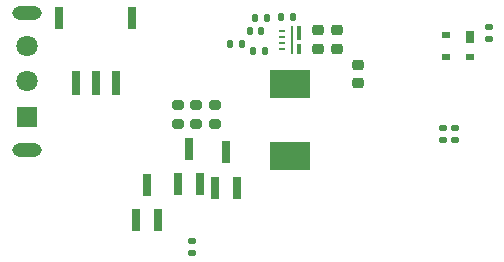
<source format=gbp>
G04 #@! TF.GenerationSoftware,KiCad,Pcbnew,(7.0.0)*
G04 #@! TF.CreationDate,2023-11-05T02:12:39-05:00*
G04 #@! TF.ProjectId,Emrick,456d7269-636b-42e6-9b69-6361645f7063,5.1*
G04 #@! TF.SameCoordinates,Original*
G04 #@! TF.FileFunction,Paste,Bot*
G04 #@! TF.FilePolarity,Positive*
%FSLAX46Y46*%
G04 Gerber Fmt 4.6, Leading zero omitted, Abs format (unit mm)*
G04 Created by KiCad (PCBNEW (7.0.0)) date 2023-11-05 02:12:39*
%MOMM*%
%LPD*%
G01*
G04 APERTURE LIST*
G04 Aperture macros list*
%AMRoundRect*
0 Rectangle with rounded corners*
0 $1 Rounding radius*
0 $2 $3 $4 $5 $6 $7 $8 $9 X,Y pos of 4 corners*
0 Add a 4 corners polygon primitive as box body*
4,1,4,$2,$3,$4,$5,$6,$7,$8,$9,$2,$3,0*
0 Add four circle primitives for the rounded corners*
1,1,$1+$1,$2,$3*
1,1,$1+$1,$4,$5*
1,1,$1+$1,$6,$7*
1,1,$1+$1,$8,$9*
0 Add four rect primitives between the rounded corners*
20,1,$1+$1,$2,$3,$4,$5,0*
20,1,$1+$1,$4,$5,$6,$7,0*
20,1,$1+$1,$6,$7,$8,$9,0*
20,1,$1+$1,$8,$9,$2,$3,0*%
G04 Aperture macros list end*
%ADD10R,1.800000X1.800000*%
%ADD11C,1.800000*%
%ADD12O,2.500000X1.200000*%
%ADD13RoundRect,0.135000X-0.135000X-0.185000X0.135000X-0.185000X0.135000X0.185000X-0.135000X0.185000X0*%
%ADD14R,3.500000X2.350000*%
%ADD15RoundRect,0.200000X-0.275000X0.200000X-0.275000X-0.200000X0.275000X-0.200000X0.275000X0.200000X0*%
%ADD16RoundRect,0.135000X-0.185000X0.135000X-0.185000X-0.135000X0.185000X-0.135000X0.185000X0.135000X0*%
%ADD17RoundRect,0.135000X0.135000X0.185000X-0.135000X0.185000X-0.135000X-0.185000X0.135000X-0.185000X0*%
%ADD18R,0.700000X1.000000*%
%ADD19R,0.700000X0.600000*%
%ADD20R,0.660400X2.000000*%
%ADD21R,0.762000X1.854200*%
%ADD22RoundRect,0.140000X0.140000X0.170000X-0.140000X0.170000X-0.140000X-0.170000X0.140000X-0.170000X0*%
%ADD23RoundRect,0.225000X-0.250000X0.225000X-0.250000X-0.225000X0.250000X-0.225000X0.250000X0.225000X0*%
%ADD24RoundRect,0.140000X0.170000X-0.140000X0.170000X0.140000X-0.170000X0.140000X-0.170000X-0.140000X0*%
%ADD25R,0.800000X1.900000*%
%ADD26RoundRect,0.225000X0.250000X-0.225000X0.250000X0.225000X-0.250000X0.225000X-0.250000X-0.225000X0*%
%ADD27R,0.600000X0.250000*%
%ADD28R,0.600000X0.249200*%
%ADD29R,0.250000X2.400000*%
%ADD30R,0.300000X0.900000*%
%ADD31R,0.300000X1.200000*%
%ADD32RoundRect,0.135000X0.185000X-0.135000X0.185000X0.135000X-0.185000X0.135000X-0.185000X-0.135000X0*%
G04 APERTURE END LIST*
D10*
X82549999Y-27129999D03*
D11*
X82550000Y-24130000D03*
X82550000Y-21130000D03*
D12*
X82549999Y-18329999D03*
X82549999Y-29929999D03*
D13*
X101740190Y-21580000D03*
X102760190Y-21580000D03*
D14*
X104799999Y-30424999D03*
X104799999Y-24374999D03*
D15*
X98517500Y-26117500D03*
X98517500Y-27767500D03*
D16*
X118825000Y-28090000D03*
X118825000Y-29110000D03*
D17*
X102910000Y-18800000D03*
X101890000Y-18800000D03*
D18*
X120074999Y-20399999D03*
D19*
X120074999Y-22099999D03*
X118074999Y-22099999D03*
X118074999Y-20199999D03*
D20*
X86692000Y-24261399D03*
X88391999Y-24261399D03*
X90091998Y-24261399D03*
D21*
X85316999Y-18795999D03*
X91466999Y-18795999D03*
D17*
X100760000Y-20975000D03*
X99740000Y-20975000D03*
D22*
X102380000Y-19900000D03*
X101420000Y-19900000D03*
D23*
X110625000Y-22750000D03*
X110625000Y-24300000D03*
D24*
X117750000Y-29080000D03*
X117750000Y-28120000D03*
D25*
X93699999Y-35899999D03*
X91799999Y-35899999D03*
X92749999Y-32899999D03*
X100349999Y-33149999D03*
X98449999Y-33149999D03*
X99399999Y-30149999D03*
D23*
X108775000Y-19825000D03*
X108775000Y-21375000D03*
D26*
X107225000Y-21375000D03*
X107225000Y-19825000D03*
D16*
X96575000Y-37615000D03*
X96575000Y-38635000D03*
D22*
X105050190Y-18720000D03*
X104090190Y-18720000D03*
D27*
X104140000Y-19889999D03*
X104140000Y-20387730D03*
D28*
X104140000Y-20887856D03*
X104140000Y-21387982D03*
D29*
X105040000Y-20639999D03*
D30*
X105580600Y-21382205D03*
D31*
X105580600Y-20042205D03*
D15*
X96917500Y-26117500D03*
X96917500Y-27767500D03*
D25*
X97249999Y-32849999D03*
X95349999Y-32849999D03*
X96299999Y-29849999D03*
D32*
X121675000Y-20545000D03*
X121675000Y-19525000D03*
D15*
X95317500Y-26117500D03*
X95317500Y-27767500D03*
M02*

</source>
